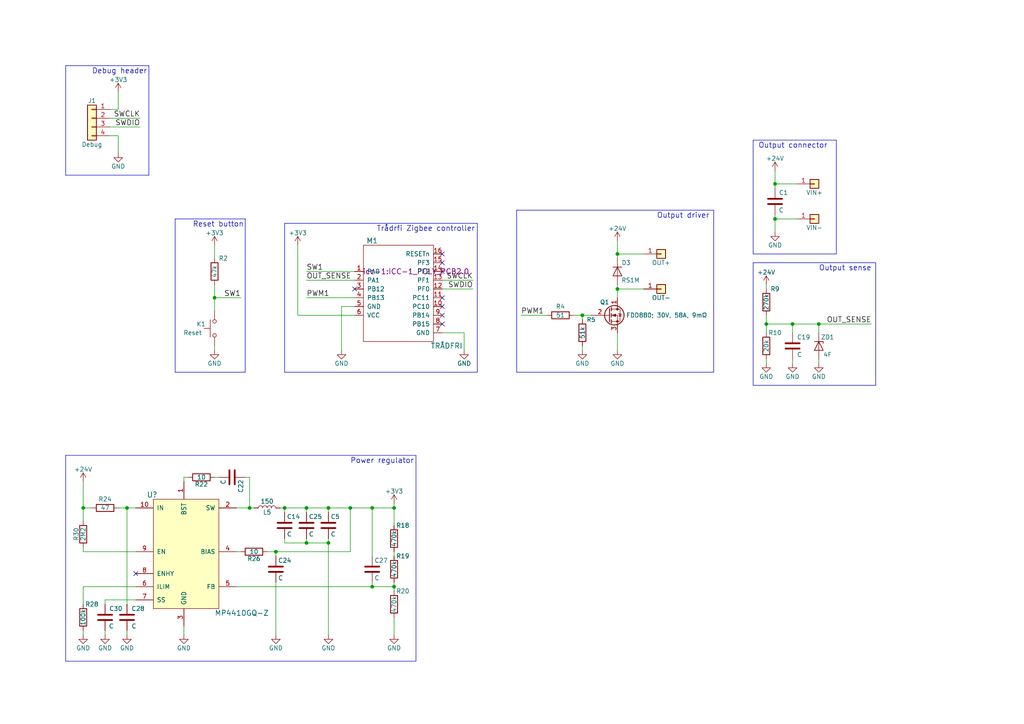
<source format=kicad_sch>
(kicad_sch (version 20230121) (generator eeschema)
  (paper "A4")
  (title_block (title "ICPSLC24-10NA") (date "2018-06-11"))
  (lib_symbols
    (symbol "ICPSLC24-10NA:+24V" (power) (pin_names (offset 0))
      (property "Value" "+24V" (at 0 3.556 0))
      (symbol "+24V_0_1"
        (polyline (pts (xy -0.762 1.27) (xy 0 2.54)))
        (polyline (pts (xy 0 0) (xy 0 2.54)))
        (polyline (pts (xy 0 2.54) (xy 0.762 1.27)))
      )
      (symbol "+24V_1_1"
        (pin power_in line (at 0 0 90) (length 0) hide (name "+24V") (number "1"))
      )
    )
    (symbol "ICPSLC24-10NA:+3V3" (power) (pin_names (offset 0))
      (property "Value" "+3V3" (at 0 3.556 0))
      (symbol "+3V3_0_1"
        (polyline (pts (xy -0.762 1.27) (xy 0 2.54)))
        (polyline (pts (xy 0 0) (xy 0 2.54)))
        (polyline (pts (xy 0 2.54) (xy 0.762 1.27)))
      )
      (symbol "+3V3_1_1"
        (pin power_in line (at 0 0 90) (length 0) hide (name "+3V3") (number "1"))
      )
    )
    (symbol "ICPSLC24-10NA:C" (pin_numbers hide) (pin_names (offset 0.254))
      (property "Reference" "C" (at 0.635 2.54 0))
      (property "Value" "C" (at 0.635 -2.54 0))
      (symbol "C_0_1"
        (polyline (pts (xy -2.032 -0.762) (xy 2.032 -0.762)) (stroke (width 0.508)))
        (polyline (pts (xy -2.032 0.762) (xy 2.032 0.762)) (stroke (width 0.508)))
      )
      (symbol "C_1_1"
        (pin passive line (at 0 3.81 270) (length 2.794) (name "~") (number "1"))
        (pin passive line (at 0 -3.81 90) (length 2.794) (name "~") (number "2"))
      )
    )
    (symbol "ICPSLC24-10NA:Conn_01x01" (pin_names (offset 1.016) hide)
      (property "Reference" "J" (at 0 2.54 0))
      (property "Value" "Conn_01x01" (at 0 -2.54 0))
      (symbol "Conn_01x01_1_1"
        (rectangle (start -1.27 0.127) (end 0 -0.127) (stroke (width 0.1524)))
        (rectangle (start -1.27 1.27) (end 1.27 -1.27) (stroke (width 0.254)) (fill (type background)))
        (pin passive line (at -5.08 0 0) (length 3.81) (name "Pin_1") (number "1"))
      )
    )
    (symbol "ICPSLC24-10NA:Conn_01x04" (pin_names (offset 1.016) hide)
      (property "Reference" "J" (at 0 5.08 0))
      (property "Value" "Conn_01x04" (at 0 -7.62 0))
      (symbol "Conn_01x04_1_1"
        (rectangle (start -1.27 -4.953) (end 0 -5.207) (stroke (width 0.1524)))
        (rectangle (start -1.27 -2.413) (end 0 -2.667) (stroke (width 0.1524)))
        (rectangle (start -1.27 0.127) (end 0 -0.127) (stroke (width 0.1524)))
        (rectangle (start -1.27 2.667) (end 0 2.413) (stroke (width 0.1524)))
        (rectangle (start -1.27 3.81) (end 1.27 -6.35) (stroke (width 0.254)) (fill (type background)))
        (pin passive line (at -5.08 2.54 0) (length 3.81) (name "Pin_1") (number "1"))
        (pin passive line (at -5.08 0 0) (length 3.81) (name "Pin_2") (number "2"))
        (pin passive line (at -5.08 -2.54 0) (length 3.81) (name "Pin_3") (number "3"))
        (pin passive line (at -5.08 -5.08 0) (length 3.81) (name "Pin_4") (number "4"))
      )
    )
    (symbol "ICPSLC24-10NA:D" (pin_numbers hide) (pin_names (offset 1.016) hide)
      (property "Reference" "D" (at 0 2.54 0))
      (property "Value" "D" (at 0 -2.54 0))
      (symbol "D_0_1"
        (polyline (pts (xy -1.27 1.27) (xy -1.27 -1.27)) (stroke (width 0.2032)))
        (polyline (pts (xy 1.27 0) (xy -1.27 0)))
        (polyline (pts (xy 1.27 1.27) (xy 1.27 -1.27) (xy -1.27 0) (xy 1.27 1.27)) (stroke (width 0.2032)))
      )
      (symbol "D_1_1"
        (pin passive line (at -3.81 0 0) (length 2.54) (name "K") (number "1"))
        (pin passive line (at 3.81 0 180) (length 2.54) (name "A") (number "2"))
      )
    )
    (symbol "ICPSLC24-10NA:D_Zener" (pin_numbers hide) (pin_names (offset 1.016) hide)
      (property "Reference" "D" (at 0 2.54 0))
      (property "Value" "D_Zener" (at 0 -2.54 0))
      (symbol "D_Zener_0_1"
        (polyline (pts (xy 1.27 0) (xy -1.27 0)))
        (polyline (pts (xy -1.27 -1.27) (xy -1.27 1.27) (xy -0.762 1.27)) (stroke (width 0.2032)))
        (polyline (pts (xy 1.27 -1.27) (xy 1.27 1.27) (xy -1.27 0) (xy 1.27 -1.27)) (stroke (width 0.2032)))
      )
      (symbol "D_Zener_1_1"
        (pin passive line (at -3.81 0 0) (length 2.54) (name "K") (number "1"))
        (pin passive line (at 3.81 0 180) (length 2.54) (name "A") (number "2"))
      )
    )
    (symbol "ICPSLC24-10NA:GND" (power) (pin_names (offset 0))
      (property "Value" "GND" (at 0 -3.81 0))
      (symbol "GND_0_1"
        (polyline (pts (xy 0 0) (xy 0 -1.27) (xy 1.27 -1.27) (xy 0 -2.54) (xy -1.27 -1.27) (xy 0 -1.27)))
      )
      (symbol "GND_1_1"
        (pin power_in line (at 0 0 270) (length 0) hide (name "GND") (number "1"))
      )
    )
    (symbol "ICPSLC24-10NA:L" (pin_numbers hide) (pin_names (offset 1.016) hide)
      (property "Reference" "L" (at -1.27 0 90))
      (property "Value" "L" (at 1.905 0 90))
      (symbol "L_0_1"
        (arc (start 0 -2.54) (mid 0.6323 -1.905) (end 0 -1.27))
        (arc (start 0 -1.27) (mid 0.6323 -0.635) (end 0 0))
        (arc (start 0 0) (mid 0.6323 0.635) (end 0 1.27))
        (arc (start 0 1.27) (mid 0.6323 1.905) (end 0 2.54))
      )
      (symbol "L_1_1"
        (pin passive line (at 0 3.81 270) (length 1.27) (name "1") (number "1"))
        (pin passive line (at 0 -3.81 90) (length 1.27) (name "2") (number "2"))
      )
    )
    (symbol "ICPSLC24-10NA:MP4410GQ-Z" (pin_names (offset 1.016))
      (property "Reference" "U" (at -7.62 16.51 0))
      (property "Value" "MP4410GQ-Z" (at 8.89 -17.78 0))
      (symbol "MP4410GQ-Z_0_1"
        (rectangle (start -8.89 15.24) (end 10.16 -16.51) (fill (type background)))
        (pin power_in line (at 0 20.32 270) (length 5.08) (name "BST") (number "1"))
        (pin power_in line (at -13.97 12.7 0) (length 5.08) (name "IN") (number "10"))
        (pin power_out line (at 15.24 12.7 180) (length 5.08) (name "SW") (number "2"))
        (pin power_in line (at 0 -21.59 90) (length 5.08) (name "GND") (number "3"))
        (pin power_in line (at 15.24 0 180) (length 5.08) (name "BIAS") (number "4"))
        (pin input line (at 15.24 -10.16 180) (length 5.08) (name "FB") (number "5"))
        (pin input line (at -13.97 -10.16 0) (length 5.08) (name "ILIM") (number "6"))
        (pin input line (at -13.97 -13.97 0) (length 5.08) (name "SS") (number "7"))
        (pin output line (at -13.97 -6.35 0) (length 5.08) (name "ENHY") (number "8"))
        (pin input line (at -13.97 0 0) (length 5.08) (name "EN") (number "9"))
      )
    )
    (symbol "ICPSLC24-10NA:Q_NMOS_DGS" (pin_names (offset 0) hide)
      (property "Reference" "Q" (at 5.08 1.27 0))
      (property "Value" "Q_NMOS_DGS" (at 5.08 -1.27 0))
      (symbol "Q_NMOS_DGS_0_1"
        (polyline (pts (xy 0.0508 0) (xy 0.254 0)))
        (polyline (pts (xy 0.762 -1.778) (xy 2.54 -1.778)))
        (polyline (pts (xy 0.762 -1.27) (xy 0.762 -2.286)) (stroke (width 0.254)))
        (polyline (pts (xy 0.762 0) (xy 2.54 0)))
        (polyline (pts (xy 0.762 0.508) (xy 0.762 -0.508)) (stroke (width 0.254)))
        (polyline (pts (xy 0.762 1.778) (xy 2.54 1.778)))
        (polyline (pts (xy 0.762 2.286) (xy 0.762 1.27)) (stroke (width 0.254)))
        (polyline (pts (xy 2.54 -1.778) (xy 2.54 -2.54)))
        (polyline (pts (xy 2.54 -1.778) (xy 2.54 0)))
        (polyline (pts (xy 2.54 2.54) (xy 2.54 1.778)))
        (polyline (pts (xy 0.254 1.905) (xy 0.254 -1.905) (xy 0.254 -1.905)) (stroke (width 0.254)))
        (polyline (pts (xy 1.016 0) (xy 2.032 0.381) (xy 2.032 -0.381) (xy 1.016 0)) (fill (type outline)))
        (polyline (pts (xy 2.54 -1.778) (xy 3.302 -1.778) (xy 3.302 1.778) (xy 2.54 1.778)))
        (polyline (pts (xy 2.794 0.508) (xy 2.921 0.381) (xy 3.683 0.381) (xy 3.81 0.254)))
        (polyline (pts (xy 3.302 0.381) (xy 2.921 -0.254) (xy 3.683 -0.254) (xy 3.302 0.381)))
        (circle (center 1.651 0) (radius 2.8194) (stroke (width 0.254)))
        (circle (center 2.54 -1.778) (radius 0.2794) (fill (type outline)))
        (circle (center 2.54 1.778) (radius 0.2794) (fill (type outline)))
      )
      (symbol "Q_NMOS_DGS_1_1"
        (pin passive line (at 2.54 5.08 270) (length 2.54) (name "D") (number "1"))
        (pin input line (at -5.08 0 0) (length 5.08) (name "G") (number "2"))
        (pin passive line (at 2.54 -5.08 90) (length 2.54) (name "S") (number "3"))
      )
    )
    (symbol "ICPSLC24-10NA:R" (pin_numbers hide) (pin_names (offset 0))
      (property "Reference" "R" (at 2.032 0 90))
      (property "Value" "R" (at 0 0 90))
      (symbol "R_0_1"
        (rectangle (start -1.016 -2.54) (end 1.016 2.54) (stroke (width 0.254)))
      )
      (symbol "R_1_1"
        (pin passive line (at 0 3.81 270) (length 1.27) (name "~") (number "1"))
        (pin passive line (at 0 -3.81 90) (length 1.27) (name "~") (number "2"))
      )
    )
    (symbol "ICPSLC24-10NA:SW_Push" (pin_numbers hide) (pin_names (offset 1.016) hide)
      (property "Reference" "SW" (at 1.27 2.54 0))
      (property "Value" "SW_Push" (at 0 -1.524 0))
      (symbol "SW_Push_0_1"
        (circle (center -2.032 0) (radius 0.508))
        (polyline (pts (xy 0 1.27) (xy 0 3.048)))
        (polyline (pts (xy 2.54 1.27) (xy -2.54 1.27)))
        (circle (center 2.032 0) (radius 0.508))
        (pin passive line (at -5.08 0 0) (length 2.54) (name "1") (number "1"))
        (pin passive line (at 5.08 0 180) (length 2.54) (name "2") (number "2"))
      )
    )
    (symbol "ICPSLC24-10NA:TRADFRI" (pin_names (offset 1.016))
      (property "Reference" "U" (at -12.7 8.89 0))
      (property "Value" "TRADFRI" (at 0 8.89 0))
      (symbol "TRADFRI_0_1"
        (rectangle (start -15.24 7.62) (end 5.08 -20.32))
      )
      (symbol "TRADFRI_1_1"
        (pin passive line (at -17.78 0 0) (length 2.54) (name "PA0") (number "1"))
        (pin passive line (at 7.62 -10.16 180) (length 2.54) (name "PC10") (number "10"))
        (pin passive line (at 7.62 -7.62 180) (length 2.54) (name "PC11") (number "11"))
        (pin passive line (at 7.62 -5.08 180) (length 2.54) (name "PF0") (number "12"))
        (pin passive line (at 7.62 -2.54 180) (length 2.54) (name "PF1") (number "13"))
        (pin passive line (at 7.62 0 180) (length 2.54) (name "PF2") (number "14"))
        (pin passive line (at 7.62 2.54 180) (length 2.54) (name "PF3") (number "15"))
        (pin passive line (at 7.62 5.08 180) (length 2.54) (name "RESETn") (number "16"))
        (pin passive line (at -17.78 -2.54 0) (length 2.54) (name "PA1") (number "2"))
        (pin passive line (at -17.78 -5.08 0) (length 2.54) (name "PB12") (number "3"))
        (pin passive line (at -17.78 -7.62 0) (length 2.54) (name "PB13") (number "4"))
        (pin power_out line (at -17.78 -10.16 0) (length 2.54) (name "GND") (number "5"))
        (pin power_in line (at -17.78 -12.7 0) (length 2.54) (name "VCC") (number "6"))
        (pin power_out line (at 7.62 -17.78 180) (length 2.54) (name "GND") (number "7"))
        (pin passive line (at 7.62 -15.24 180) (length 2.54) (name "PB15") (number "8"))
        (pin passive line (at 7.62 -12.7 180) (length 2.54) (name "PB14") (number "9"))
      )
    )
  )
  (junction (at 179.07 73.66))
  (junction (at 36.83 147.32))
  (junction (at 24.13 147.32))
  (junction (at 80.01 160.02))
  (junction (at 101.6 147.32))
  (junction (at 72.39 147.32))
  (junction (at 224.79 63.5))
  (junction (at 95.25 147.32))
  (junction (at 222.25 93.98))
  (junction (at 107.95 170.18))
  (junction (at 237.49 93.98))
  (junction (at 88.9 147.32))
  (junction (at 114.3 147.32))
  (junction (at 62.23 86.36))
  (junction (at 82.55 147.32))
  (junction (at 224.79 53.34))
  (junction (at 95.25 157.48))
  (junction (at 114.3 170.18))
  (junction (at 107.95 147.32))
  (junction (at 168.91 91.44))
  (junction (at 229.87 93.98))
  (junction (at 179.07 83.82))
  (junction (at 88.9 157.48))
  (no_connect (at 128.27 73.66))
  (no_connect (at 102.87 83.82))
  (no_connect (at 128.27 91.44))
  (no_connect (at 128.27 88.9))
  (no_connect (at 128.27 86.36))
  (no_connect (at 128.27 93.98))
  (no_connect (at 128.27 78.74))
  (no_connect (at 128.27 76.2))
  (no_connect (at 39.37 166.37))
  (wire (pts (xy 222.25 93.98) (xy 222.25 96.52)))
  (wire (pts (xy 114.3 160.02) (xy 114.3 161.29)))
  (wire (pts (xy 158.75 91.44) (xy 151.13 91.44)))
  (wire (pts (xy 224.79 63.5) (xy 224.79 67.31)))
  (wire (pts (xy 80.01 168.91) (xy 80.01 184.15)))
  (wire (pts (xy 82.55 157.48) (xy 88.9 157.48)))
  (wire (pts (xy 24.13 139.7) (xy 24.13 147.32)))
  (wire (pts (xy 24.13 182.88) (xy 24.13 184.15)))
  (polyline (pts (xy 43.18 19.05) (xy 19.05 19.05)))
  (wire (pts (xy 114.3 147.32) (xy 114.3 152.4)))
  (wire (pts (xy 68.58 147.32) (xy 72.39 147.32)))
  (wire (pts (xy 53.34 181.61) (xy 53.34 184.15)))
  (polyline (pts (xy 218.44 40.64) (xy 242.57 40.64)))
  (polyline (pts (xy 149.86 107.95) (xy 149.86 60.96)))
  (wire (pts (xy 24.13 147.32) (xy 26.67 147.32)))
  (wire (pts (xy 62.23 82.55) (xy 62.23 86.36)))
  (wire (pts (xy 95.25 147.32) (xy 101.6 147.32)))
  (wire (pts (xy 179.07 82.55) (xy 179.07 83.82)))
  (polyline (pts (xy 218.44 73.66) (xy 242.57 73.66)))
  (wire (pts (xy 99.06 88.9) (xy 99.06 101.6)))
  (wire (pts (xy 95.25 157.48) (xy 95.25 184.15)))
  (wire (pts (xy 101.6 147.32) (xy 107.95 147.32)))
  (wire (pts (xy 179.07 83.82) (xy 186.69 83.82)))
  (wire (pts (xy 71.12 138.43) (xy 72.39 138.43)))
  (wire (pts (xy 24.13 170.18) (xy 39.37 170.18)))
  (wire (pts (xy 86.36 91.44) (xy 86.36 71.12)))
  (wire (pts (xy 168.91 91.44) (xy 171.45 91.44)))
  (wire (pts (xy 229.87 104.14) (xy 229.87 105.41)))
  (wire (pts (xy 114.3 179.07) (xy 114.3 184.15)))
  (wire (pts (xy 40.64 34.29) (xy 31.75 34.29)))
  (wire (pts (xy 179.07 73.66) (xy 179.07 74.93)))
  (wire (pts (xy 222.25 104.14) (xy 222.25 105.41)))
  (wire (pts (xy 72.39 147.32) (xy 73.66 147.32)))
  (polyline (pts (xy 254 111.76) (xy 218.44 111.76)))
  (polyline (pts (xy 149.86 60.96) (xy 207.01 60.96)))
  (wire (pts (xy 34.29 39.37) (xy 34.29 44.45)))
  (wire (pts (xy 128.27 96.52) (xy 134.62 96.52)))
  (wire (pts (xy 231.14 53.34) (xy 224.79 53.34)))
  (wire (pts (xy 166.37 91.44) (xy 168.91 91.44)))
  (polyline (pts (xy 82.55 107.95) (xy 82.55 64.77)))
  (polyline (pts (xy 19.05 191.77) (xy 120.65 191.77)))
  (polyline (pts (xy 43.18 50.8) (xy 43.18 19.05)))
  (polyline (pts (xy 71.12 107.95) (xy 50.8 107.95)))
  (wire (pts (xy 39.37 160.02) (xy 24.13 160.02)))
  (wire (pts (xy 222.25 93.98) (xy 229.87 93.98)))
  (wire (pts (xy 36.83 182.88) (xy 36.83 184.15)))
  (wire (pts (xy 224.79 62.23) (xy 224.79 63.5)))
  (wire (pts (xy 39.37 173.99) (xy 30.48 173.99)))
  (wire (pts (xy 231.14 63.5) (xy 224.79 63.5)))
  (polyline (pts (xy 254 76.2) (xy 254 111.76)))
  (wire (pts (xy 24.13 160.02) (xy 24.13 158.75)))
  (wire (pts (xy 134.62 96.52) (xy 134.62 101.6)))
  (polyline (pts (xy 207.01 107.95) (xy 149.86 107.95)))
  (polyline (pts (xy 19.05 132.08) (xy 19.05 191.77)))
  (wire (pts (xy 102.87 91.44) (xy 86.36 91.44)))
  (wire (pts (xy 36.83 175.26) (xy 36.83 147.32)))
  (wire (pts (xy 34.29 147.32) (xy 36.83 147.32)))
  (wire (pts (xy 24.13 175.26) (xy 24.13 170.18)))
  (wire (pts (xy 114.3 168.91) (xy 114.3 170.18)))
  (polyline (pts (xy 50.8 63.5) (xy 71.12 63.5)))
  (wire (pts (xy 88.9 78.74) (xy 102.87 78.74)))
  (wire (pts (xy 88.9 157.48) (xy 95.25 157.48)))
  (wire (pts (xy 237.49 104.14) (xy 237.49 105.41)))
  (wire (pts (xy 168.91 92.71) (xy 168.91 91.44)))
  (polyline (pts (xy 71.12 63.5) (xy 71.12 107.95)))
  (polyline (pts (xy 207.01 60.96) (xy 207.01 107.95)))
  (wire (pts (xy 72.39 138.43) (xy 72.39 147.32)))
  (polyline (pts (xy 82.55 64.77) (xy 138.43 64.77)))
  (wire (pts (xy 114.3 146.05) (xy 114.3 147.32)))
  (wire (pts (xy 179.07 69.85) (xy 179.07 73.66)))
  (wire (pts (xy 34.29 39.37) (xy 31.75 39.37)))
  (wire (pts (xy 62.23 86.36) (xy 62.23 90.17)))
  (wire (pts (xy 107.95 147.32) (xy 114.3 147.32)))
  (wire (pts (xy 224.79 49.53) (xy 224.79 53.34)))
  (wire (pts (xy 88.9 86.36) (xy 102.87 86.36)))
  (wire (pts (xy 53.34 138.43) (xy 53.34 139.7)))
  (wire (pts (xy 237.49 96.52) (xy 237.49 93.98)))
  (wire (pts (xy 224.79 53.34) (xy 224.79 54.61)))
  (wire (pts (xy 88.9 147.32) (xy 95.25 147.32)))
  (wire (pts (xy 68.58 170.18) (xy 107.95 170.18)))
  (wire (pts (xy 128.27 83.82) (xy 137.16 83.82)))
  (wire (pts (xy 69.85 160.02) (xy 68.58 160.02)))
  (wire (pts (xy 82.55 147.32) (xy 88.9 147.32)))
  (wire (pts (xy 102.87 81.28) (xy 88.9 81.28)))
  (polyline (pts (xy 19.05 50.8) (xy 43.18 50.8)))
  (wire (pts (xy 82.55 147.32) (xy 82.55 148.59)))
  (wire (pts (xy 237.49 93.98) (xy 252.73 93.98)))
  (wire (pts (xy 62.23 138.43) (xy 63.5 138.43)))
  (polyline (pts (xy 242.57 73.66) (xy 242.57 40.64)))
  (wire (pts (xy 62.23 100.33) (xy 62.23 101.6)))
  (polyline (pts (xy 218.44 40.64) (xy 218.44 73.66)))
  (wire (pts (xy 229.87 93.98) (xy 237.49 93.98)))
  (wire (pts (xy 101.6 160.02) (xy 101.6 147.32)))
  (wire (pts (xy 107.95 168.91) (xy 107.95 170.18)))
  (wire (pts (xy 62.23 71.12) (xy 62.23 74.93)))
  (wire (pts (xy 34.29 26.67) (xy 34.29 31.75)))
  (polyline (pts (xy 138.43 107.95) (xy 82.55 107.95)))
  (polyline (pts (xy 19.05 19.05) (xy 19.05 50.8)))
  (wire (pts (xy 80.01 161.29) (xy 80.01 160.02)))
  (wire (pts (xy 114.3 170.18) (xy 114.3 171.45)))
  (wire (pts (xy 34.29 31.75) (xy 31.75 31.75)))
  (wire (pts (xy 24.13 147.32) (xy 24.13 151.13)))
  (wire (pts (xy 62.23 86.36) (xy 69.85 86.36)))
  (polyline (pts (xy 218.44 76.2) (xy 254 76.2)))
  (wire (pts (xy 107.95 147.32) (xy 107.95 161.29)))
  (wire (pts (xy 128.27 81.28) (xy 137.16 81.28)))
  (wire (pts (xy 30.48 184.15) (xy 30.48 182.88)))
  (wire (pts (xy 77.47 160.02) (xy 80.01 160.02)))
  (wire (pts (xy 81.28 147.32) (xy 82.55 147.32)))
  (wire (pts (xy 53.34 138.43) (xy 54.61 138.43)))
  (wire (pts (xy 179.07 96.52) (xy 179.07 101.6)))
  (wire (pts (xy 31.75 36.83) (xy 40.64 36.83)))
  (wire (pts (xy 222.25 82.55) (xy 222.25 83.82)))
  (wire (pts (xy 229.87 93.98) (xy 229.87 96.52)))
  (polyline (pts (xy 120.65 191.77) (xy 120.65 132.08)))
  (polyline (pts (xy 218.44 111.76) (xy 218.44 76.2)))
  (wire (pts (xy 179.07 83.82) (xy 179.07 86.36)))
  (wire (pts (xy 82.55 156.21) (xy 82.55 157.48)))
  (wire (pts (xy 168.91 100.33) (xy 168.91 101.6)))
  (polyline (pts (xy 120.65 132.08) (xy 19.05 132.08)))
  (polyline (pts (xy 50.8 107.95) (xy 50.8 63.5)))
  (wire (pts (xy 107.95 170.18) (xy 114.3 170.18)))
  (wire (pts (xy 179.07 73.66) (xy 186.69 73.66)))
  (wire (pts (xy 222.25 91.44) (xy 222.25 93.98)))
  (polyline (pts (xy 138.43 64.77) (xy 138.43 107.95)))
  (wire (pts (xy 88.9 156.21) (xy 88.9 157.48)))
  (wire (pts (xy 30.48 173.99) (xy 30.48 175.26)))
  (wire (pts (xy 95.25 156.21) (xy 95.25 157.48)))
  (wire (pts (xy 36.83 147.32) (xy 39.37 147.32)))
  (wire (pts (xy 102.87 88.9) (xy 99.06 88.9)))
  (wire (pts (xy 80.01 160.02) (xy 101.6 160.02)))
  (wire (pts (xy 95.25 147.32) (xy 95.25 148.59)))
  (wire (pts (xy 88.9 147.32) (xy 88.9 148.59)))
  (text "Debug header" (at 26.67 21.59 0) (effects (font (size 1.524 1.524)) (justify left bottom)))
  (text "Power regulator" (at 101.6 134.62 0) (effects (font (size 1.524 1.524)) (justify left bottom)))
  (text "Output sense" (at 237.49 78.74 0) (effects (font (size 1.524 1.524)) (justify left bottom)))
  (text "Output connector" (at 240.03 43.18 0) (effects (font (size 1.524 1.524)) (justify right bottom)))
  (text "Output driver" (at 190.5 63.5 0) (effects (font (size 1.524 1.524)) (justify left bottom)))
  (text "Trådrfi Zigbee controller" (at 109.22 67.31 0) (effects (font (size 1.524 1.524)) (justify left bottom)))
  (text "Reset button" (at 55.88 66.04 0) (effects (font (size 1.524 1.524)) (justify left bottom)))
  (label "SW1" (at 88.9 78.74 0) (effects (font (size 1.524 1.524))))
  (label "SWCLK" (at 40.64 34.29 180) (effects (font (size 1.524 1.524))))
  (label "OUT_SENSE" (at 88.9 81.28 0) (effects (font (size 1.524 1.524))))
  (label "SWDIO" (at 40.64 36.83 180) (effects (font (size 1.524 1.524))))
  (label "SW1" (at 69.85 86.36 180) (effects (font (size 1.524 1.524))))
  (label "SWDIO" (at 137.16 83.82 180) (effects (font (size 1.524 1.524))))
  (label "PWM1" (at 151.13 91.44 0) (effects (font (size 1.524 1.524))))
  (label "SWCLK" (at 137.16 81.28 180) (effects (font (size 1.524 1.524))))
  (label "PWM1" (at 88.9 86.36 0) (effects (font (size 1.524 1.524))))
  (label "OUT_SENSE" (at 252.73 93.98 180) (effects (font (size 1.524 1.524))))
  (symbol (lib_id "ICPSLC24-10NA:Q_NMOS_DGS") (at 176.53 91.44 0) (unit 1)
    (property "Reference" "Q1" (at 173.99 87.63 0) (effects (justify left)))
    (property "Value" "FDD880; 30V, 58A, 9mΩ" (at 181.61 91.44 0) (effects (justify left)))
    (property "Footprint" "FDD8880:DPAK_ONS" (effects hide))
    (property "Datasheet" "http://www.onsemi.com/pub/Collateral/FDD8880-D.PDF" (effects hide))
  )
  (symbol (lib_id "ICPSLC24-10NA:TRADFRI") (at 120.65 78.74 0) (unit 1)
    (property "Reference" "M1" (at 107.95 69.85 0) (effects (font (size 1.524 1.524))))
    (property "Value" "TRÅDFRI" (at 129.54 100.33 0) (effects (font (size 1.524 1.524))))
    (property "Footprint" "icc-1:ICC-1_POLY_PCB2.0" (at 120.65 78.74 0) (effects (font (size 1.524 1.524))))
  )
  (symbol (lib_id "ICPSLC24-10NA:L") (at 77.47 147.32 90) (unit 1)
    (property "Reference" "L5" (at 77.47 148.59 90))
    (property "Value" "150" (at 77.47 145.415 90))
  )
  (symbol (lib_id "ICPSLC24-10NA:D") (at 179.07 78.74 270) (unit 1)
    (property "Reference" "D3" (at 181.61 76.2 90))
    (property "Value" "RS1M" (at 182.88 81.28 90))
    (property "Footprint" "RS1M:SMA_DIO" (effects hide))
  )
  (symbol (lib_id "ICPSLC24-10NA:SW_Push") (at 62.23 95.25 90) (unit 1)
    (property "Reference" "K1" (at 59.69 93.98 90) (effects (justify left)))
    (property "Value" "Reset" (at 55.88 96.52 90))
    (property "Footprint" "PTS641SM34SMTR2LFS:PTS641" (effects hide))
  )
  (symbol (lib_id "ICPSLC24-10NA:D_Zener") (at 237.49 100.33 270) (unit 1)
    (property "Reference" "ZD1" (at 240.03 97.79 90))
    (property "Value" "4F" (at 240.03 102.87 90))
  )
  (symbol (lib_id "ICPSLC24-10NA:Conn_01x01") (at 236.22 63.5 0) (unit 1)
    (property "Reference" "IN2" (effects hide))
    (property "Value" "VIN-" (at 236.22 66.04 0))
  )
  (symbol (lib_id "ICPSLC24-10NA:Conn_01x01") (at 236.22 53.34 0) (unit 1)
    (property "Reference" "IN1" (effects hide))
    (property "Value" "VIN+" (at 236.22 55.88 0))
  )
  (symbol (lib_id "ICPSLC24-10NA:Conn_01x01") (at 191.77 73.66 0) (unit 1)
    (property "Reference" "OUT1" (effects hide))
    (property "Value" "OUT+" (at 191.77 76.2 0))
  )
  (symbol (lib_id "ICPSLC24-10NA:Conn_01x01") (at 191.77 83.82 0) (unit 1)
    (property "Reference" "OUT2" (effects hide))
    (property "Value" "OUT-" (at 191.77 86.36 0))
  )
  (symbol (lib_id "ICPSLC24-10NA:Conn_01x04") (at 26.67 34.29 0) (mirror y) (unit 1)
    (property "Reference" "J1" (at 26.67 29.21 0))
    (property "Value" "Debug" (at 26.67 41.91 0))
  )
  (symbol (lib_id "ICPSLC24-10NA:C") (at 224.79 58.42 0) (mirror y) (unit 1)
    (property "Reference" "C1" (at 228.6 55.88 0) (effects (justify left)))
    (property "Value" "C" (at 227.33 60.96 0) (effects (justify left)))
  )
  (symbol (lib_id "ICPSLC24-10NA:R") (at 62.23 78.74 0) (unit 1)
    (property "Reference" "R2" (at 64.77 74.93 0))
    (property "Value" "47k" (at 62.23 78.74 90))
    (property "Footprint" "Resistor_SMD:R_0805_2012Metric_Pad1.20x1.40mm_HandSolder" (effects hide))
  )
  (symbol (lib_id "ICPSLC24-10NA:R") (at 162.56 91.44 270) (unit 1)
    (property "Reference" "R4" (at 162.56 88.9 90))
    (property "Value" "51" (at 162.56 91.44 90))
    (property "Footprint" "Resistor_SMD:R_0805_2012Metric_Pad1.20x1.40mm_HandSolder" (effects hide))
  )
  (symbol (lib_id "ICPSLC24-10NA:R") (at 168.91 96.52 0) (unit 1)
    (property "Reference" "R5" (at 171.45 92.71 0))
    (property "Value" "51k" (at 168.91 96.52 90))
    (property "Footprint" "Resistor_SMD:R_0805_2012Metric_Pad1.20x1.40mm_HandSolder" (effects hide))
  )
  (symbol (lib_id "ICPSLC24-10NA:R") (at 222.25 87.63 0) (unit 1)
    (property "Reference" "R9" (at 224.79 83.82 0))
    (property "Value" "270k" (at 222.25 87.63 90))
    (property "Footprint" "Resistor_SMD:R_0805_2012Metric_Pad1.20x1.40mm_HandSolder" (effects hide))
  )
  (symbol (lib_id "ICPSLC24-10NA:R") (at 222.25 100.33 0) (unit 1)
    (property "Reference" "R10" (at 224.79 96.52 0))
    (property "Value" "20k" (at 222.25 100.33 90))
    (property "Footprint" "Resistor_SMD:R_0805_2012Metric_Pad1.20x1.40mm_HandSolder" (effects hide))
    (property "Precision" "<=1%" (effects hide))
  )
  (symbol (lib_id "ICPSLC24-10NA:R") (at 114.3 156.21 0) (unit 1)
    (property "Reference" "R18" (at 116.84 152.4 0))
    (property "Value" "470k" (at 114.3 156.21 90))
  )
  (symbol (lib_id "ICPSLC24-10NA:R") (at 114.3 165.1 0) (unit 1)
    (property "Reference" "R19" (at 116.84 161.29 0))
    (property "Value" "470k" (at 114.3 165.1 90))
  )
  (symbol (lib_id "ICPSLC24-10NA:R") (at 114.3 175.26 0) (unit 1)
    (property "Reference" "R20" (at 116.84 171.45 0))
    (property "Value" "470k" (at 114.3 175.26 90))
  )
  (symbol (lib_id "ICPSLC24-10NA:R") (at 24.13 179.07 180) (unit 1)
    (property "Reference" "R28" (at 26.67 175.26 0))
    (property "Value" "100k" (at 24.13 179.07 90))
    (property "Precision" "<=1%" (effects hide))
  )
  (symbol (lib_id "ICPSLC24-10NA:R") (at 58.42 138.43 270) (unit 1)
    (property "Reference" "R22" (at 58.42 140.462 90))
    (property "Value" "10" (at 58.42 138.43 90))
    (property "Pricision" "<=1%" (effects hide))
  )
  (symbol (lib_id "ICPSLC24-10NA:R") (at 30.48 147.32 270) (unit 1)
    (property "Reference" "R24" (at 30.48 144.78 90))
    (property "Value" "47" (at 30.48 147.32 90))
  )
  (symbol (lib_id "ICPSLC24-10NA:R") (at 24.13 154.94 180) (unit 1)
    (property "Reference" "R30" (at 22.098 154.94 90))
    (property "Value" "2M2" (at 24.13 154.94 90))
  )
  (symbol (lib_id "ICPSLC24-10NA:R") (at 73.66 160.02 270) (unit 1)
    (property "Reference" "R26" (at 73.66 162.052 90))
    (property "Value" "10" (at 73.66 160.02 90))
    (property "Precision" "<=1%" (effects hide))
  )
  (symbol (lib_id "ICPSLC24-10NA:C") (at 95.25 152.4 0) (unit 1)
    (property "Reference" "C5" (at 95.885 149.86 0) (effects (justify left)))
    (property "Value" "C" (at 95.885 154.94 0) (effects (justify left)))
  )
  (symbol (lib_id "ICPSLC24-10NA:C") (at 88.9 152.4 0) (unit 1)
    (property "Reference" "C25" (at 89.535 149.86 0) (effects (justify left)))
    (property "Value" "C" (at 89.535 154.94 0) (effects (justify left)))
  )
  (symbol (lib_id "ICPSLC24-10NA:C") (at 229.87 100.33 0) (unit 1)
    (property "Reference" "C19" (at 231.14 97.79 0) (effects (justify left)))
    (property "Value" "C" (at 231.14 102.87 0) (effects (justify left)))
  )
  (symbol (lib_id "ICPSLC24-10NA:C") (at 82.55 152.4 0) (unit 1)
    (property "Reference" "C14" (at 83.185 149.86 0) (effects (justify left)))
    (property "Value" "C" (at 83.185 154.94 0) (effects (justify left)))
  )
  (symbol (lib_id "ICPSLC24-10NA:C") (at 107.95 165.1 0) (unit 1)
    (property "Reference" "C27" (at 108.585 162.56 0) (effects (justify left)))
    (property "Value" "C" (at 108.585 167.64 0) (effects (justify left)))
  )
  (symbol (lib_id "ICPSLC24-10NA:C") (at 80.01 165.1 0) (unit 1)
    (property "Reference" "C24" (at 80.645 162.56 0) (effects (justify left)))
    (property "Value" "C" (at 80.645 167.64 0) (effects (justify left)))
  )
  (symbol (lib_id "ICPSLC24-10NA:C") (at 67.31 138.43 270) (unit 1)
    (property "Reference" "C22" (at 69.85 139.065 0) (effects (justify left)))
    (property "Value" "C" (at 64.77 139.065 0) (effects (justify left)))
  )
  (symbol (lib_id "ICPSLC24-10NA:C") (at 30.48 179.07 180) (unit 1)
    (property "Reference" "C30" (at 35.56 176.53 0) (effects (justify left)))
    (property "Value" "C" (at 33.02 181.61 0) (effects (justify left)))
  )
  (symbol (lib_id "ICPSLC24-10NA:C") (at 36.83 179.07 0) (unit 1)
    (property "Reference" "C28" (at 38.1 176.53 0) (effects (justify left)))
    (property "Value" "C" (at 38.1 181.61 0) (effects (justify left)))
  )
  (symbol (lib_id "ICPSLC24-10NA:+24V") (at 224.79 49.53 0) (mirror y) (unit 1)
    (property "Reference" "#PWR?" (effects hide))
    (property "Value" "+24V" (at 224.79 45.974 0))
  )
  (symbol (lib_id "ICPSLC24-10NA:GND") (at 224.79 67.31 0) (mirror y) (unit 1)
    (property "Reference" "#PWR?" (effects hide))
    (property "Value" "GND" (at 224.79 71.12 0))
  )
  (symbol (lib_id "ICPSLC24-10NA:+24V") (at 179.07 69.85 0) (unit 1)
    (property "Reference" "#PWR?" (effects hide))
    (property "Value" "+24V" (at 179.07 66.294 0))
  )
  (symbol (lib_id "ICPSLC24-10NA:GND") (at 34.29 44.45 0) (mirror y) (unit 1)
    (property "Reference" "#PWR?" (effects hide))
    (property "Value" "GND" (at 34.29 48.26 0))
  )
  (symbol (lib_id "ICPSLC24-10NA:+3V3") (at 34.29 26.67 0) (mirror y) (unit 1)
    (property "Reference" "#PWR?" (effects hide))
    (property "Value" "+3V3" (at 34.29 23.114 0))
  )
  (symbol (lib_id "ICPSLC24-10NA:GND") (at 62.23 101.6 0) (unit 1)
    (property "Reference" "#PWR?" (effects hide))
    (property "Value" "GND" (at 62.23 105.41 0))
  )
  (symbol (lib_id "ICPSLC24-10NA:+3V3") (at 62.23 71.12 0) (unit 1)
    (property "Reference" "#PWR?" (effects hide))
    (property "Value" "+3V3" (at 62.23 67.564 0))
  )
  (symbol (lib_id "ICPSLC24-10NA:GND") (at 179.07 101.6 0) (unit 1)
    (property "Reference" "#PWR?" (effects hide))
    (property "Value" "GND" (at 179.07 105.41 0))
  )
  (symbol (lib_id "ICPSLC24-10NA:GND") (at 168.91 101.6 0) (unit 1)
    (property "Reference" "#PWR?" (effects hide))
    (property "Value" "GND" (at 168.91 105.41 0))
  )
  (symbol (lib_id "ICPSLC24-10NA:GND") (at 134.62 101.6 0) (unit 1)
    (property "Reference" "#PWR?" (effects hide))
    (property "Value" "GND" (at 134.62 105.41 0))
  )
  (symbol (lib_id "ICPSLC24-10NA:GND") (at 99.06 101.6 0) (unit 1)
    (property "Reference" "#PWR?" (effects hide))
    (property "Value" "GND" (at 99.06 105.41 0))
  )
  (symbol (lib_id "ICPSLC24-10NA:+3V3") (at 86.36 71.12 0) (unit 1)
    (property "Reference" "#PWR?" (effects hide))
    (property "Value" "+3V3" (at 86.36 67.564 0))
  )
  (symbol (lib_id "ICPSLC24-10NA:GND") (at 222.25 105.41 0) (unit 1)
    (property "Reference" "#PWR?" (effects hide))
    (property "Value" "GND" (at 222.25 109.22 0))
  )
  (symbol (lib_id "ICPSLC24-10NA:GND") (at 229.87 105.41 0) (unit 1)
    (property "Reference" "#PWR?" (effects hide))
    (property "Value" "GND" (at 229.87 109.22 0))
  )
  (symbol (lib_id "ICPSLC24-10NA:GND") (at 237.49 105.41 0) (unit 1)
    (property "Reference" "#PWR?" (effects hide))
    (property "Value" "GND" (at 237.49 109.22 0))
  )
  (symbol (lib_id "ICPSLC24-10NA:+24V") (at 222.25 82.55 0) (unit 1)
    (property "Reference" "#PWR?" (effects hide))
    (property "Value" "+24V" (at 222.25 78.994 0))
  )
  (symbol (lib_id "ICPSLC24-10NA:GND") (at 36.83 184.15 0) (unit 1)
    (property "Reference" "#PWR?" (effects hide))
    (property "Value" "GND" (at 36.83 187.96 0))
  )
  (symbol (lib_id "ICPSLC24-10NA:MP4410GQ-Z") (at 53.34 160.02 0) (unit 1)
    (property "Reference" "U?" (at 45.72 143.51 0) (effects (font (size 1.524 1.524)) (justify right)))
    (property "Value" "MP4410GQ-Z" (at 62.23 177.8 0) (effects (font (size 1.524 1.524)) (justify left)))
    (property "Footprint" "digikey-footprints:QFN-10-1EP_3x3" (effects hide))
    (property "Datasheet" "http://www.monolithicpower.com/pub/media/document/MP4410_r1.0.pdf" (effects hide))
    (property "Digi-Key_PN" "MP4410GQ-Z-ND" (effects hide))
    (property "MPN" "MP4410GQ-Z" (effects hide))
    (property "Category" "Integrated Circuits (ICs)" (effects hide))
    (property "Family" "PMIC - Voltage Regulators - DC DC Switching Regulators" (effects hide))
    (property "DK_Datasheet_Link" "http://www.monolithicpower.com/pub/media/document/MP4410_r1.0.pdf" (effects hide))
    (property "DK_Detail_Page" "/product-detail/en/monolithic-power-systems-inc/MP4410GQ-Z/MP4410GQ-Z-ND/5292420" (effects hide))
    (property "Description" "IC REG BUCK ADJ 0.1A SYNC" (effects hide))
    (property "Manufacturer" "Monolithic Power Systems Inc." (effects hide))
    (property "Status" "Active" (effects hide))
  )
  (symbol (lib_id "ICPSLC24-10NA:GND") (at 53.34 184.15 0) (unit 1)
    (property "Reference" "#PWR?" (effects hide))
    (property "Value" "GND" (at 53.34 187.96 0))
  )
  (symbol (lib_id "ICPSLC24-10NA:GND") (at 95.25 184.15 0) (unit 1)
    (property "Reference" "#PWR?" (effects hide))
    (property "Value" "GND" (at 95.25 187.96 0))
  )
  (symbol (lib_id "ICPSLC24-10NA:+3V3") (at 114.3 146.05 0) (unit 1)
    (property "Reference" "#PWR?" (effects hide))
    (property "Value" "+3V3" (at 114.3 142.494 0))
  )
  (symbol (lib_id "ICPSLC24-10NA:GND") (at 30.48 184.15 0) (unit 1)
    (property "Reference" "#PWR?" (effects hide))
    (property "Value" "GND" (at 30.48 187.96 0))
  )
  (symbol (lib_id "ICPSLC24-10NA:GND") (at 80.01 184.15 0) (unit 1)
    (property "Reference" "#PWR?" (effects hide))
    (property "Value" "GND" (at 80.01 187.96 0))
  )
  (symbol (lib_id "ICPSLC24-10NA:+24V") (at 24.13 139.7 0) (unit 1)
    (property "Reference" "#PWR?" (effects hide))
    (property "Value" "+24V" (at 24.13 136.144 0))
  )
  (symbol (lib_id "ICPSLC24-10NA:GND") (at 24.13 184.15 0) (unit 1)
    (property "Reference" "#PWR?" (effects hide))
    (property "Value" "GND" (at 24.13 187.96 0))
  )
  (symbol (lib_id "ICPSLC24-10NA:GND") (at 114.3 184.15 0) (unit 1)
    (property "Reference" "#PWR?" (effects hide))
    (property "Value" "GND" (at 114.3 187.96 0))
  )
)
</source>
